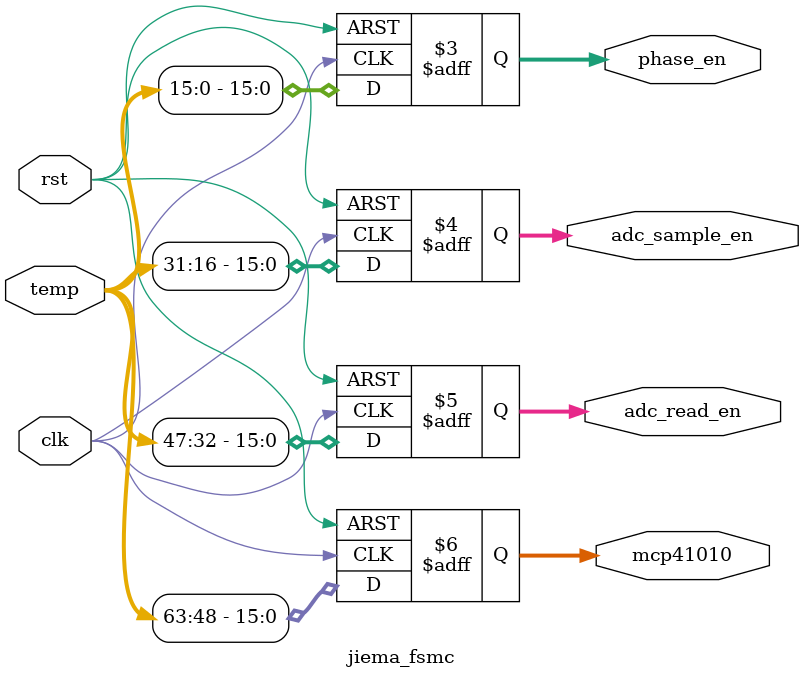
<source format=v>
module jiema_fsmc(
	input clk,
	input rst,
	input [79:0]temp,
	
	output [15:0] phase_en,
	output [15:0]adc_sample_en,
	output [15:0]adc_read_en,
	output [15:0] mcp41010
);
always@(posedge clk or negedge rst)begin
	if(!rst)begin
		phase_en      <= 0;
		adc_sample_en <= 0;
		adc_read_en   <= 0;
		mcp41010      <= 0;
	end
	else begin
		phase_en <= temp[15:0];
		adc_sample_en <= temp[31:16];
		adc_read_en <= temp[47:32];
		mcp41010  <= temp[63:48];
	end
end
endmodule
</source>
